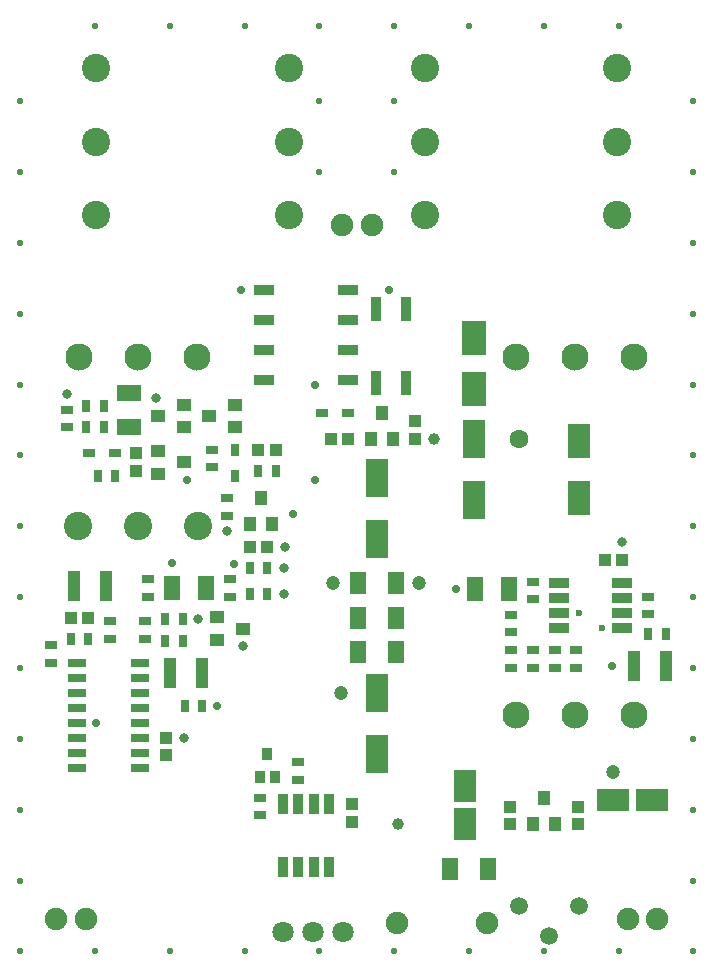
<source format=gts>
%FSLAX46Y46*%
%MOMM*%
%AMPS12*
1,1,2.300000,0.000000,0.000000*
%
%ADD12PS12*%
%AMPS60*
1,1,1.800000,0.000000,0.000000*
%
%ADD60PS60*%
%AMPS29*
1,1,2.400000,0.000000,0.000000*
%
%ADD29PS29*%
%AMPS59*
1,1,1.500000,0.000000,0.000000*
%
%ADD59PS59*%
%AMPS50*
1,1,1.900000,0.000000,0.000000*
%
%ADD50PS50*%
%AMPS42*
1,1,1.900000,0.000000,0.000000*
%
%ADD42PS42*%
%AMPS47*
1,1,1.900000,0.000000,0.000000*
%
%ADD47PS47*%
%AMPS61*
1,1,2.400000,0.000000,0.000000*
%
%ADD61PS61*%
%AMPS55*
21,1,1.794948,2.941421,0.000000,0.000000,0.000000*
%
%ADD55PS55*%
%AMPS56*
21,1,1.794948,2.941421,0.000000,0.000000,180.000000*
%
%ADD56PS56*%
%AMPS13*
21,1,1.800000,3.150000,0.000000,0.000000,0.000000*
%
%ADD13PS13*%
%AMPS14*
21,1,1.800000,3.150000,0.000000,0.000000,180.000000*
%
%ADD14PS14*%
%AMPS36*
21,1,0.800000,1.750000,0.000000,0.000000,0.000000*
%
%ADD36PS36*%
%AMPS45*
21,1,0.800000,1.750000,0.000000,0.000000,90.000000*
%
%ADD45PS45*%
%AMPS37*
21,1,0.800000,1.750000,0.000000,0.000000,180.000000*
%
%ADD37PS37*%
%AMPS46*
21,1,0.800000,1.750000,0.000000,0.000000,270.000000*
%
%ADD46PS46*%
%AMPS41*
21,1,1.800000,2.700000,0.000000,0.000000,0.000000*
%
%ADD41PS41*%
%AMPS51*
21,1,1.800000,2.700000,0.000000,0.000000,90.000000*
%
%ADD51PS51*%
%AMPS40*
21,1,1.800000,2.700000,0.000000,0.000000,180.000000*
%
%ADD40PS40*%
%AMPS52*
21,1,1.800000,2.700000,0.000000,0.000000,270.000000*
%
%ADD52PS52*%
%AMPS48*
21,1,1.100000,1.200000,0.000000,0.000000,0.000000*
%
%ADD48PS48*%
%AMPS23*
21,1,1.100000,1.200000,0.000000,0.000000,90.000000*
%
%ADD23PS23*%
%AMPS49*
21,1,1.100000,1.200000,0.000000,0.000000,180.000000*
%
%ADD49PS49*%
%AMPS24*
21,1,1.100000,1.200000,0.000000,0.000000,270.000000*
%
%ADD24PS24*%
%AMPS58*
21,1,0.600000,1.100000,0.000000,0.000000,0.000000*
%
%ADD58PS58*%
%AMPS17*
21,1,0.600000,1.100000,0.000000,0.000000,90.000000*
%
%ADD17PS17*%
%AMPS57*
21,1,0.600000,1.100000,0.000000,0.000000,180.000000*
%
%ADD57PS57*%
%AMPS18*
21,1,0.600000,1.100000,0.000000,0.000000,270.000000*
%
%ADD18PS18*%
%AMPS34*
21,1,0.750000,1.450000,0.000000,0.000000,90.000000*
%
%ADD34PS34*%
%AMPS35*
21,1,0.750000,1.450000,0.000000,0.000000,270.000000*
%
%ADD35PS35*%
%AMPS54*
21,1,0.800000,2.000000,0.000000,0.000000,0.000000*
%
%ADD54PS54*%
%AMPS53*
21,1,0.800000,2.000000,0.000000,0.000000,180.000000*
%
%ADD53PS53*%
%AMPS39*
21,1,0.901421,1.691421,0.000000,0.000000,90.000000*
%
%ADD39PS39*%
%AMPS38*
21,1,0.901421,1.691421,0.000000,0.000000,270.000000*
%
%ADD38PS38*%
%AMPS30*
21,1,2.000000,1.400000,0.000000,0.000000,0.000000*
%
%ADD30PS30*%
%AMPS43*
21,1,2.000000,1.400000,0.000000,0.000000,90.000000*
%
%ADD43PS43*%
%AMPS31*
21,1,2.000000,1.400000,0.000000,0.000000,180.000000*
%
%ADD31PS31*%
%AMPS44*
21,1,2.000000,1.400000,0.000000,0.000000,270.000000*
%
%ADD44PS44*%
%AMPS10*
21,1,2.500000,1.100000,0.000000,0.000000,90.000000*
%
%ADD10PS10*%
%AMPS11*
21,1,2.500000,1.100000,0.000000,0.000000,270.000000*
%
%ADD11PS11*%
%AMPS19*
21,1,1.100000,0.700000,0.000000,0.000000,0.000000*
%
%ADD19PS19*%
%AMPS22*
21,1,1.100000,0.700000,0.000000,0.000000,90.000000*
%
%ADD22PS22*%
%AMPS20*
21,1,1.100000,0.700000,0.000000,0.000000,180.000000*
%
%ADD20PS20*%
%AMPS21*
21,1,1.100000,0.700000,0.000000,0.000000,270.000000*
%
%ADD21PS21*%
%AMPS25*
21,1,1.900000,1.300000,0.000000,0.000000,90.000000*
%
%ADD25PS25*%
%AMPS26*
21,1,1.900000,1.300000,0.000000,0.000000,270.000000*
%
%ADD26PS26*%
%AMPS62*
21,1,0.900000,1.100000,0.000000,0.000000,0.000000*
%
%ADD62PS62*%
%AMPS63*
21,1,0.900000,1.100000,0.000000,0.000000,180.000000*
%
%ADD63PS63*%
%AMPS33*
21,1,1.050000,1.000000,0.000000,0.000000,0.000000*
%
%ADD33PS33*%
%AMPS16*
21,1,1.050000,1.000000,0.000000,0.000000,90.000000*
%
%ADD16PS16*%
%AMPS32*
21,1,1.050000,1.000000,0.000000,0.000000,180.000000*
%
%ADD32PS32*%
%AMPS15*
21,1,1.050000,1.000000,0.000000,0.000000,270.000000*
%
%ADD15PS15*%
%AMPS28*
21,1,1.950000,2.850000,0.000000,0.000000,0.000000*
%
%ADD28PS28*%
%AMPS27*
21,1,1.950000,2.850000,0.000000,0.000000,180.000000*
%
%ADD27PS27*%
%AMPS70*
1,1,0.600000,0.000000,0.000000*
%
%ADD70PS70*%
%AMPS67*
1,1,1.000000,0.000000,0.000000*
%
%ADD67PS67*%
%AMPS68*
1,1,1.200000,0.000000,0.000000*
%
%ADD68PS68*%
%AMPS64*
1,1,0.550000,0.000000,0.000000*
%
%ADD64PS64*%
%AMPS69*
1,1,1.600000,0.000000,0.000000*
%
%ADD69PS69*%
%AMPS65*
1,1,0.700000,0.000000,0.000000*
%
%ADD65PS65*%
%AMPS66*
1,1,0.800000,0.000000,0.000000*
%
%ADD66PS66*%
G01*
G01*
%LPD*%
G75*
D10*
X8298466Y31850000D03*
D11*
X5561534Y31850000D03*
D12*
X43000000Y51200000D03*
D12*
X53000000Y51200000D03*
D12*
X48000000Y51200000D03*
D13*
X39450000Y39100000D03*
D14*
X39450000Y44300000D03*
D15*
X50471668Y34078328D03*
D16*
X51971668Y34078328D03*
D17*
X28775000Y46480000D03*
D18*
X26575000Y46480000D03*
D19*
X48070000Y24930000D03*
D20*
X48070000Y26430000D03*
D11*
X52943068Y25050000D03*
D10*
X55680000Y25050000D03*
D21*
X7550000Y41120000D03*
D22*
X9050000Y41120000D03*
D22*
X14750000Y27190000D03*
D21*
X13250000Y27190000D03*
D12*
X43000000Y20900000D03*
D12*
X53000000Y20900000D03*
D12*
X48000000Y20900000D03*
D23*
X14900000Y47180000D03*
D24*
X12700000Y46230000D03*
D23*
X14900000Y45280000D03*
D20*
X24560000Y16910000D03*
D19*
X24560000Y15410000D03*
D25*
X32800000Y32070000D03*
D26*
X29600000Y32070000D03*
D27*
X39450000Y52800000D03*
D28*
X39450000Y48500000D03*
D24*
X12700000Y41350000D03*
D23*
X14900000Y42300000D03*
D24*
X12700000Y43250000D03*
D29*
X23750000Y63250000D03*
D29*
X23750000Y75700000D03*
D29*
X7450000Y75700000D03*
D29*
X23750000Y69450000D03*
D29*
X7450000Y69450000D03*
D29*
X7450000Y63250000D03*
D30*
X10250000Y45280000D03*
D31*
X10250000Y48180000D03*
D21*
X14918466Y21690000D03*
D22*
X16418466Y21690000D03*
D20*
X42580000Y29410000D03*
D19*
X42580000Y27910000D03*
D20*
X3610160Y26850000D03*
D19*
X3610160Y25350000D03*
D19*
X42580000Y24930000D03*
D20*
X42580000Y26430000D03*
D32*
X42500000Y13150000D03*
D33*
X42500000Y11650000D03*
D24*
X17690000Y27290000D03*
D23*
X19890000Y28240000D03*
D24*
X17690000Y29190000D03*
D34*
X11180000Y25350000D03*
D35*
X5830160Y22810000D03*
D34*
X11180000Y19000000D03*
D35*
X5830160Y24080000D03*
D35*
X5830160Y21540000D03*
D35*
X5830160Y17730000D03*
D34*
X11180000Y22810000D03*
D35*
X5830160Y16460000D03*
D34*
X11180000Y16460000D03*
D34*
X11180000Y21540000D03*
D34*
X11180000Y17730000D03*
D34*
X11180000Y20270000D03*
D35*
X5830160Y20270000D03*
D34*
X11180000Y24080000D03*
D35*
X5830160Y25350000D03*
D35*
X5830160Y19000000D03*
D21*
X20420000Y33390000D03*
D22*
X21920000Y33390000D03*
D20*
X54180000Y30950000D03*
D19*
X54180000Y29450000D03*
D20*
X46240000Y26430000D03*
D19*
X46240000Y24930000D03*
D36*
X27110000Y8030000D03*
D36*
X24560000Y8030000D03*
D36*
X23290000Y8030000D03*
D37*
X23290000Y13370000D03*
D37*
X25840000Y13370000D03*
D36*
X25840000Y8030000D03*
D37*
X27110000Y13370000D03*
D37*
X24560000Y13370000D03*
D26*
X37400000Y7900000D03*
D25*
X40600000Y7900000D03*
D38*
X21625000Y49290000D03*
D39*
X28775000Y51830000D03*
D39*
X28775000Y56910000D03*
D39*
X28775000Y54370000D03*
D38*
X21625000Y51830000D03*
D38*
X21625000Y56910000D03*
D39*
X28775000Y49290000D03*
D38*
X21625000Y54370000D03*
D40*
X38700000Y14950000D03*
D41*
X38700000Y11650000D03*
D32*
X48200000Y13150000D03*
D33*
X48200000Y11650000D03*
D19*
X8560000Y27340000D03*
D20*
X8560000Y28840000D03*
D42*
X30750000Y62400000D03*
D42*
X28250000Y62400000D03*
D21*
X5270000Y27340000D03*
D22*
X6770000Y27340000D03*
D20*
X21270000Y13930000D03*
D19*
X21270000Y12430000D03*
D26*
X29600000Y29170000D03*
D25*
X32800000Y29170000D03*
D22*
X8100000Y45280000D03*
D21*
X6600000Y45280000D03*
D20*
X18500000Y39290000D03*
D19*
X18500000Y37790000D03*
D12*
X6000000Y51200000D03*
D12*
X16000000Y51200000D03*
D12*
X11000000Y51200000D03*
D22*
X14775000Y29065000D03*
D21*
X13275000Y29065000D03*
D13*
X31200000Y17600000D03*
D14*
X31200000Y22800000D03*
D21*
X54180000Y27800000D03*
D22*
X55680000Y27800000D03*
D43*
X42380000Y31560000D03*
D44*
X39480000Y31560000D03*
D19*
X17200000Y41890000D03*
D20*
X17200000Y43390000D03*
D45*
X51971668Y32098328D03*
D45*
X51971668Y29548328D03*
D45*
X51971668Y28278328D03*
D46*
X46631668Y28278328D03*
D46*
X46631668Y30828328D03*
D45*
X51971668Y30828328D03*
D46*
X46631668Y32098328D03*
D46*
X46631668Y29548328D03*
D20*
X44410000Y32210000D03*
D19*
X44410000Y30710000D03*
D23*
X19180000Y47180000D03*
D24*
X16980000Y46230000D03*
D23*
X19180000Y45280000D03*
D17*
X9050000Y43100000D03*
D18*
X6850000Y43100000D03*
D47*
X32890000Y3300000D03*
D47*
X40510000Y3300000D03*
D48*
X22320000Y37090000D03*
D49*
X21370000Y39290000D03*
D48*
X20420000Y37090000D03*
D43*
X16740000Y31690000D03*
D44*
X13840000Y31690000D03*
D50*
X52450000Y3650000D03*
D50*
X54950000Y3650000D03*
D20*
X44410000Y26430000D03*
D19*
X44410000Y24930000D03*
D33*
X13350000Y17500000D03*
D32*
X13350000Y19000000D03*
D20*
X11810000Y32440000D03*
D19*
X11810000Y30940000D03*
D48*
X32560000Y44300000D03*
D49*
X31610000Y46500000D03*
D48*
X30660000Y44300000D03*
D51*
X54450000Y13700000D03*
D52*
X51150000Y13700000D03*
D15*
X5270000Y29140000D03*
D16*
X6770000Y29140000D03*
D20*
X11600000Y28840000D03*
D19*
X11600000Y27340000D03*
D53*
X31160000Y55300000D03*
D54*
X33660000Y49000000D03*
D54*
X31160000Y49000000D03*
D53*
X33660000Y55300000D03*
D55*
X48350000Y39250001D03*
D56*
X48350000Y44149999D03*
D14*
X31200000Y41000000D03*
D13*
X31200000Y35800000D03*
D57*
X19180000Y43390000D03*
D58*
X19180000Y41190000D03*
D15*
X20420000Y35180000D03*
D16*
X21920000Y35180000D03*
D19*
X4950000Y45280000D03*
D20*
X4950000Y46780000D03*
D21*
X20420000Y31140000D03*
D22*
X21920000Y31140000D03*
D22*
X8100000Y47110000D03*
D21*
X6600000Y47110000D03*
D10*
X16418466Y24440000D03*
D11*
X13681534Y24440000D03*
D26*
X29600000Y26270000D03*
D25*
X32800000Y26270000D03*
D19*
X18770000Y30940000D03*
D20*
X18770000Y32440000D03*
D15*
X27275000Y44300000D03*
D16*
X28775000Y44300000D03*
D59*
X48340000Y4770000D03*
D59*
X45800000Y2230000D03*
D59*
X43260000Y4770000D03*
D16*
X22620000Y43390000D03*
D15*
X21120000Y43390000D03*
D33*
X10780000Y41600000D03*
D32*
X10780000Y43100000D03*
D29*
X51550000Y63250000D03*
D29*
X51550000Y75700000D03*
D29*
X35250000Y75700000D03*
D29*
X51550000Y69450000D03*
D29*
X35250000Y69450000D03*
D29*
X35250000Y63250000D03*
D21*
X21120000Y41610000D03*
D22*
X22620000Y41610000D03*
D33*
X29080000Y11870000D03*
D32*
X29080000Y13370000D03*
D60*
X23210000Y2570000D03*
D60*
X25750000Y2570000D03*
D60*
X28290000Y2570000D03*
D48*
X46300000Y11650000D03*
D49*
X45350000Y13850000D03*
D48*
X44400000Y11650000D03*
D32*
X34450000Y45800000D03*
D33*
X34450000Y44300000D03*
D50*
X4050000Y3680000D03*
D50*
X6550000Y3680000D03*
D61*
X11000000Y36900000D03*
D61*
X16080000Y36900000D03*
D61*
X5920000Y36900000D03*
D62*
X21270000Y15710000D03*
D62*
X22570000Y15710000D03*
D63*
X21920000Y17610000D03*
D64*
X58000000Y60900000D03*
D64*
X1003000Y60900000D03*
D65*
X26000000Y40800000D03*
D64*
X51667000Y900000D03*
D65*
X32200000Y56900000D03*
D65*
X17690000Y21690000D03*
D64*
X26335000Y900000D03*
D64*
X1003000Y66900000D03*
D65*
X37870000Y31560000D03*
D64*
X45334000Y900000D03*
D66*
X16075000Y29065000D03*
D64*
X51667000Y79233000D03*
D65*
X24100000Y37900000D03*
D65*
X19110000Y33690000D03*
D64*
X39001000Y900000D03*
D65*
X26000000Y48860000D03*
D66*
X23320000Y33390000D03*
D64*
X26335000Y79233000D03*
D65*
X19710000Y56910000D03*
D67*
X36050000Y44300000D03*
D64*
X45334000Y79233000D03*
D66*
X23420000Y35180000D03*
D66*
X16075000Y29065000D03*
D64*
X58000000Y36900000D03*
D64*
X20002000Y900000D03*
D64*
X1003000Y18900000D03*
D68*
X27510000Y32070000D03*
D65*
X51130000Y25050000D03*
D64*
X1003000Y72900000D03*
D64*
X1003000Y900000D03*
D66*
X4950000Y48080000D03*
D64*
X1003000Y6900000D03*
D64*
X20002000Y79233000D03*
D66*
X51971668Y35578328D03*
D64*
X58000000Y900000D03*
D64*
X58000000Y6900000D03*
D69*
X43200000Y44300000D03*
D64*
X13669000Y900000D03*
D64*
X58000000Y24900000D03*
D64*
X26335000Y66900000D03*
D64*
X58000000Y66900000D03*
D66*
X12500000Y47730000D03*
D64*
X32668000Y79233000D03*
D68*
X28200000Y22800000D03*
D64*
X32668000Y72900000D03*
D64*
X58000000Y54900000D03*
D64*
X1003000Y36900000D03*
D64*
X58000000Y18900000D03*
D64*
X1003000Y30900000D03*
D64*
X58000000Y48900000D03*
D70*
X48331668Y29548328D03*
D66*
X18500000Y36490000D03*
D64*
X58000000Y12900000D03*
D65*
X7440000Y20270000D03*
D68*
X51150000Y16100000D03*
D64*
X32668000Y900000D03*
D64*
X13669000Y79233000D03*
D64*
X7336000Y79233000D03*
D66*
X19890000Y26740000D03*
D64*
X26335000Y72900000D03*
D66*
X23320000Y31140000D03*
D66*
X14850000Y19000000D03*
D64*
X1003000Y42900000D03*
D64*
X32668000Y66900000D03*
D65*
X13840000Y33800000D03*
D64*
X1003000Y48900000D03*
D65*
X15100000Y40800000D03*
D64*
X39001000Y79233000D03*
D64*
X58000000Y72900000D03*
D64*
X1003000Y12900000D03*
D68*
X34800000Y32070000D03*
D64*
X1003000Y54900000D03*
D64*
X7336000Y900000D03*
D64*
X1003000Y24900000D03*
D67*
X32950000Y11650000D03*
D64*
X58000000Y30900000D03*
D64*
X58000000Y42900000D03*
D70*
X50271668Y28278328D03*
M02*

</source>
